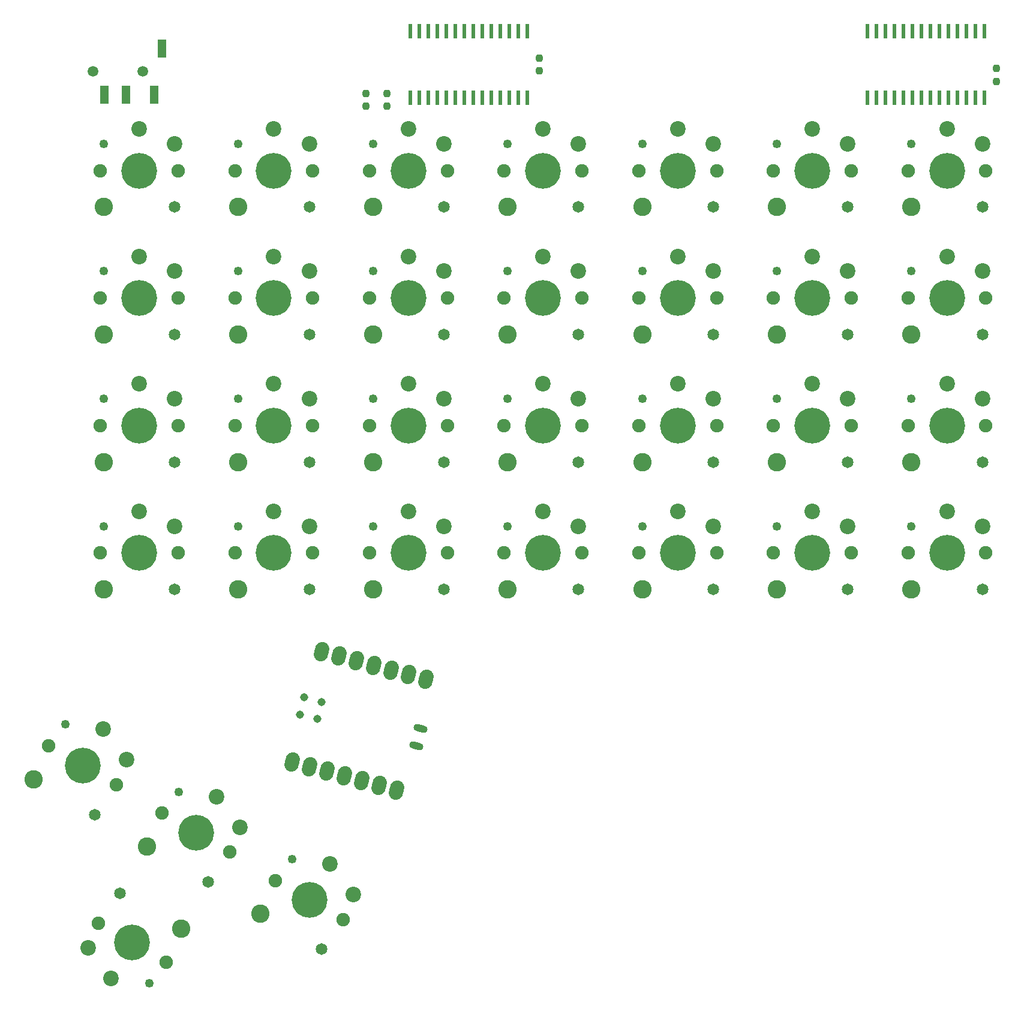
<source format=gbr>
%TF.GenerationSoftware,KiCad,Pcbnew,(6.0.11)*%
%TF.CreationDate,2023-06-02T23:59:17-07:00*%
%TF.ProjectId,MageV2,4d616765-5632-42e6-9b69-6361645f7063,rev?*%
%TF.SameCoordinates,Original*%
%TF.FileFunction,Soldermask,Bot*%
%TF.FilePolarity,Negative*%
%FSLAX46Y46*%
G04 Gerber Fmt 4.6, Leading zero omitted, Abs format (unit mm)*
G04 Created by KiCad (PCBNEW (6.0.11)) date 2023-06-02 23:59:17*
%MOMM*%
%LPD*%
G01*
G04 APERTURE LIST*
G04 Aperture macros list*
%AMRoundRect*
0 Rectangle with rounded corners*
0 $1 Rounding radius*
0 $2 $3 $4 $5 $6 $7 $8 $9 X,Y pos of 4 corners*
0 Add a 4 corners polygon primitive as box body*
4,1,4,$2,$3,$4,$5,$6,$7,$8,$9,$2,$3,0*
0 Add four circle primitives for the rounded corners*
1,1,$1+$1,$2,$3*
1,1,$1+$1,$4,$5*
1,1,$1+$1,$6,$7*
1,1,$1+$1,$8,$9*
0 Add four rect primitives between the rounded corners*
20,1,$1+$1,$2,$3,$4,$5,0*
20,1,$1+$1,$4,$5,$6,$7,0*
20,1,$1+$1,$6,$7,$8,$9,0*
20,1,$1+$1,$8,$9,$2,$3,0*%
%AMHorizOval*
0 Thick line with rounded ends*
0 $1 width*
0 $2 $3 position (X,Y) of the first rounded end (center of the circle)*
0 $4 $5 position (X,Y) of the second rounded end (center of the circle)*
0 Add line between two ends*
20,1,$1,$2,$3,$4,$5,0*
0 Add two circle primitives to create the rounded ends*
1,1,$1,$2,$3*
1,1,$1,$4,$5*%
G04 Aperture macros list end*
%ADD10C,1.900000*%
%ADD11C,5.050000*%
%ADD12C,2.600000*%
%ADD13C,2.200000*%
%ADD14C,1.500000*%
%ADD15C,1.250000*%
%ADD16C,1.650000*%
%ADD17R,0.600000X2.000000*%
%ADD18RoundRect,0.237500X0.237500X-0.250000X0.237500X0.250000X-0.237500X0.250000X-0.237500X-0.250000X0*%
%ADD19HorizOval,1.998980X-0.096967X-0.361884X0.096967X0.361884X0*%
%ADD20HorizOval,1.016000X-0.490690X0.131480X0.490690X-0.131480X0*%
%ADD21C,1.143000*%
%ADD22RoundRect,0.237500X-0.237500X0.250000X-0.237500X-0.250000X0.237500X-0.250000X0.237500X0.250000X0*%
%ADD23R,1.200000X2.500000*%
G04 APERTURE END LIST*
D10*
%TO.C,SW25*%
X83500000Y-55000000D03*
D11*
X89000000Y-55000000D03*
D10*
X94500000Y-55000000D03*
D12*
X84000000Y-60150000D03*
D13*
X89000000Y-49100000D03*
X94000000Y-51200000D03*
%TD*%
D12*
%TO.C,SW5*%
X179000000Y-60150000D03*
D10*
X178500000Y-55000000D03*
X189500000Y-55000000D03*
D11*
X184000000Y-55000000D03*
D13*
X184000000Y-49100000D03*
X189000000Y-51200000D03*
%TD*%
D10*
%TO.C,SW12*%
X170500000Y-109000000D03*
D11*
X165000000Y-109000000D03*
D10*
X159500000Y-109000000D03*
D12*
X160000000Y-114150000D03*
D13*
X165000000Y-103100000D03*
X170000000Y-105200000D03*
%TD*%
D10*
%TO.C,SW6*%
X189500000Y-73000000D03*
D12*
X179000000Y-78150000D03*
D10*
X178500000Y-73000000D03*
D11*
X184000000Y-73000000D03*
D13*
X184000000Y-67100000D03*
X189000000Y-69200000D03*
%TD*%
D10*
%TO.C,SW7*%
X178500000Y-91000000D03*
D11*
X184000000Y-91000000D03*
D12*
X179000000Y-96150000D03*
D10*
X189500000Y-91000000D03*
D13*
X184000000Y-85100000D03*
X189000000Y-87200000D03*
%TD*%
D11*
%TO.C,SW19*%
X127000000Y-91000000D03*
D10*
X121500000Y-91000000D03*
X132500000Y-91000000D03*
D12*
X122000000Y-96150000D03*
D13*
X127000000Y-85100000D03*
X132000000Y-87200000D03*
%TD*%
D11*
%TO.C,SW3*%
X203000000Y-91000000D03*
D10*
X208500000Y-91000000D03*
X197500000Y-91000000D03*
D12*
X198000000Y-96150000D03*
D13*
X203000000Y-85100000D03*
X208000000Y-87200000D03*
%TD*%
D10*
%TO.C,SW9*%
X159500000Y-55000000D03*
D12*
X160000000Y-60150000D03*
D10*
X170500000Y-55000000D03*
D11*
X165000000Y-55000000D03*
D13*
X165000000Y-49100000D03*
X170000000Y-51200000D03*
%TD*%
D10*
%TO.C,SW14*%
X140500000Y-73000000D03*
X151500000Y-73000000D03*
D12*
X141000000Y-78150000D03*
D11*
X146000000Y-73000000D03*
D13*
X146000000Y-67100000D03*
X151000000Y-69200000D03*
%TD*%
D10*
%TO.C,SW1*%
X208500000Y-55000000D03*
X197500000Y-55000000D03*
D12*
X198000000Y-60150000D03*
D11*
X203000000Y-55000000D03*
D13*
X203000000Y-49100000D03*
X208000000Y-51200000D03*
%TD*%
D10*
%TO.C,SW32*%
X117763140Y-160750000D03*
D11*
X113000000Y-158000000D03*
D10*
X108236860Y-155250000D03*
D12*
X106094873Y-159960031D03*
D13*
X115950000Y-152890450D03*
X119230127Y-157209103D03*
%TD*%
D11*
%TO.C,SW20*%
X127000000Y-109000000D03*
D12*
X122000000Y-114150000D03*
D10*
X132500000Y-109000000D03*
X121500000Y-109000000D03*
D13*
X127000000Y-103100000D03*
X132000000Y-105200000D03*
%TD*%
D12*
%TO.C,SW29*%
X74094873Y-140960031D03*
D10*
X85763140Y-141750000D03*
D11*
X81000000Y-139000000D03*
D10*
X76236860Y-136250000D03*
D13*
X83950000Y-133890450D03*
X87230127Y-138209103D03*
%TD*%
D12*
%TO.C,SW10*%
X160000000Y-78150000D03*
D10*
X159500000Y-73000000D03*
X170500000Y-73000000D03*
D11*
X165000000Y-73000000D03*
D13*
X165000000Y-67100000D03*
X170000000Y-69200000D03*
%TD*%
D14*
%TO.C,J1*%
X89495000Y-41000000D03*
X82495000Y-41000000D03*
%TD*%
D12*
%TO.C,SW8*%
X179000000Y-114150000D03*
D10*
X178500000Y-109000000D03*
D11*
X184000000Y-109000000D03*
D10*
X189500000Y-109000000D03*
D13*
X184000000Y-103100000D03*
X189000000Y-105200000D03*
%TD*%
D10*
%TO.C,SW31*%
X101763140Y-151250000D03*
X92236860Y-145750000D03*
D12*
X90094873Y-150460031D03*
D11*
X97000000Y-148500000D03*
D13*
X99950000Y-143390450D03*
X103230127Y-147709103D03*
%TD*%
D11*
%TO.C,SW15*%
X146000000Y-91000000D03*
D12*
X141000000Y-96150000D03*
D10*
X140500000Y-91000000D03*
X151500000Y-91000000D03*
D13*
X146000000Y-85100000D03*
X151000000Y-87200000D03*
%TD*%
D10*
%TO.C,SW2*%
X208500000Y-73000000D03*
X197500000Y-73000000D03*
D12*
X198000000Y-78150000D03*
D11*
X203000000Y-73000000D03*
D13*
X203000000Y-67100000D03*
X208000000Y-69200000D03*
%TD*%
D10*
%TO.C,SW11*%
X159500000Y-91000000D03*
X170500000Y-91000000D03*
D11*
X165000000Y-91000000D03*
D12*
X160000000Y-96150000D03*
D13*
X165000000Y-85100000D03*
X170000000Y-87200000D03*
%TD*%
D10*
%TO.C,SW30*%
X83236860Y-161250000D03*
D11*
X88000000Y-164000000D03*
D10*
X92763140Y-166750000D03*
D12*
X94905127Y-162039969D03*
D13*
X85050000Y-169109550D03*
X81769873Y-164790897D03*
%TD*%
D11*
%TO.C,SW22*%
X108000000Y-73000000D03*
D10*
X102500000Y-73000000D03*
X113500000Y-73000000D03*
D12*
X103000000Y-78150000D03*
D13*
X108000000Y-67100000D03*
X113000000Y-69200000D03*
%TD*%
D10*
%TO.C,SW4*%
X197500000Y-109000000D03*
D11*
X203000000Y-109000000D03*
D12*
X198000000Y-114150000D03*
D10*
X208500000Y-109000000D03*
D13*
X203000000Y-103100000D03*
X208000000Y-105200000D03*
%TD*%
D10*
%TO.C,SW21*%
X113500000Y-55000000D03*
D11*
X108000000Y-55000000D03*
D10*
X102500000Y-55000000D03*
D12*
X103000000Y-60150000D03*
D13*
X108000000Y-49100000D03*
X113000000Y-51200000D03*
%TD*%
D10*
%TO.C,SW17*%
X132500000Y-55000000D03*
X121500000Y-55000000D03*
D11*
X127000000Y-55000000D03*
D12*
X122000000Y-60150000D03*
D13*
X127000000Y-49100000D03*
X132000000Y-51200000D03*
%TD*%
D11*
%TO.C,SW16*%
X146000000Y-109000000D03*
D12*
X141000000Y-114150000D03*
D10*
X151500000Y-109000000D03*
X140500000Y-109000000D03*
D13*
X146000000Y-103100000D03*
X151000000Y-105200000D03*
%TD*%
D10*
%TO.C,SW26*%
X94500000Y-73000000D03*
D12*
X84000000Y-78150000D03*
D10*
X83500000Y-73000000D03*
D11*
X89000000Y-73000000D03*
D13*
X89000000Y-67100000D03*
X94000000Y-69200000D03*
%TD*%
D12*
%TO.C,SW24*%
X103000000Y-114150000D03*
D10*
X102500000Y-109000000D03*
D11*
X108000000Y-109000000D03*
D10*
X113500000Y-109000000D03*
D13*
X108000000Y-103100000D03*
X113000000Y-105200000D03*
%TD*%
D10*
%TO.C,SW18*%
X132500000Y-73000000D03*
D12*
X122000000Y-78150000D03*
D11*
X127000000Y-73000000D03*
D10*
X121500000Y-73000000D03*
D13*
X127000000Y-67100000D03*
X132000000Y-69200000D03*
%TD*%
D11*
%TO.C,SW27*%
X89000000Y-91000000D03*
D10*
X94500000Y-91000000D03*
D12*
X84000000Y-96150000D03*
D10*
X83500000Y-91000000D03*
D13*
X89000000Y-85100000D03*
X94000000Y-87200000D03*
%TD*%
D10*
%TO.C,SW28*%
X94500000Y-109000000D03*
D11*
X89000000Y-109000000D03*
D12*
X84000000Y-114150000D03*
D10*
X83500000Y-109000000D03*
D13*
X89000000Y-103100000D03*
X94000000Y-105200000D03*
%TD*%
D11*
%TO.C,SW13*%
X146000000Y-55000000D03*
D10*
X151500000Y-55000000D03*
D12*
X141000000Y-60150000D03*
D10*
X140500000Y-55000000D03*
D13*
X146000000Y-49100000D03*
X151000000Y-51200000D03*
%TD*%
D11*
%TO.C,SW23*%
X108000000Y-91000000D03*
D10*
X102500000Y-91000000D03*
X113500000Y-91000000D03*
D12*
X103000000Y-96150000D03*
D13*
X108000000Y-85100000D03*
X113000000Y-87200000D03*
%TD*%
D15*
%TO.C,SW38*%
X179000000Y-69200000D03*
D16*
X189000000Y-78150000D03*
D15*
X184000000Y-67100000D03*
%TD*%
%TO.C,SW57*%
X84000000Y-51200000D03*
X89000000Y-49100000D03*
D16*
X94000000Y-60150000D03*
%TD*%
D17*
%TO.C,U4*%
X208255000Y-44700000D03*
X206985000Y-44700000D03*
X205715000Y-44700000D03*
X204445000Y-44700000D03*
X203175000Y-44700000D03*
X201905000Y-44700000D03*
X200635000Y-44700000D03*
X199365000Y-44700000D03*
X198095000Y-44700000D03*
X196825000Y-44700000D03*
X195555000Y-44700000D03*
X194285000Y-44700000D03*
X193015000Y-44700000D03*
X191745000Y-44700000D03*
X191745000Y-35300000D03*
X193015000Y-35300000D03*
X194285000Y-35300000D03*
X195555000Y-35300000D03*
X196825000Y-35300000D03*
X198095000Y-35300000D03*
X199365000Y-35300000D03*
X200635000Y-35300000D03*
X201905000Y-35300000D03*
X203175000Y-35300000D03*
X204445000Y-35300000D03*
X205715000Y-35300000D03*
X206985000Y-35300000D03*
X208255000Y-35300000D03*
%TD*%
D15*
%TO.C,SW47*%
X146000000Y-85100000D03*
D16*
X151000000Y-96150000D03*
D15*
X141000000Y-87200000D03*
%TD*%
D18*
%TO.C,R5*%
X124000000Y-45912500D03*
X124000000Y-44087500D03*
%TD*%
D15*
%TO.C,SW45*%
X141000000Y-51200000D03*
D16*
X151000000Y-60150000D03*
D15*
X146000000Y-49100000D03*
%TD*%
%TO.C,SW37*%
X184000000Y-49100000D03*
X179000000Y-51200000D03*
D16*
X189000000Y-60150000D03*
%TD*%
D15*
%TO.C,SW33*%
X203000000Y-49100000D03*
X198000000Y-51200000D03*
D16*
X208000000Y-60150000D03*
%TD*%
D17*
%TO.C,U5*%
X143755000Y-44700000D03*
X142485000Y-44700000D03*
X141215000Y-44700000D03*
X139945000Y-44700000D03*
X138675000Y-44700000D03*
X137405000Y-44700000D03*
X136135000Y-44700000D03*
X134865000Y-44700000D03*
X133595000Y-44700000D03*
X132325000Y-44700000D03*
X131055000Y-44700000D03*
X129785000Y-44700000D03*
X128515000Y-44700000D03*
X127245000Y-44700000D03*
X127245000Y-35300000D03*
X128515000Y-35300000D03*
X129785000Y-35300000D03*
X131055000Y-35300000D03*
X132325000Y-35300000D03*
X133595000Y-35300000D03*
X134865000Y-35300000D03*
X136135000Y-35300000D03*
X137405000Y-35300000D03*
X138675000Y-35300000D03*
X139945000Y-35300000D03*
X141215000Y-35300000D03*
X142485000Y-35300000D03*
X143755000Y-35300000D03*
%TD*%
D16*
%TO.C,SW42*%
X170000000Y-78150000D03*
D15*
X160000000Y-69200000D03*
X165000000Y-67100000D03*
%TD*%
%TO.C,SW35*%
X203000000Y-85100000D03*
D16*
X208000000Y-96150000D03*
D15*
X198000000Y-87200000D03*
%TD*%
D16*
%TO.C,SW34*%
X208000000Y-78150000D03*
D15*
X198000000Y-69200000D03*
X203000000Y-67100000D03*
%TD*%
D16*
%TO.C,SW63*%
X98755127Y-155460031D03*
D15*
X94569873Y-142709103D03*
X99950000Y-143390450D03*
%TD*%
D16*
%TO.C,SW49*%
X132000000Y-60150000D03*
D15*
X127000000Y-49100000D03*
X122000000Y-51200000D03*
%TD*%
%TO.C,SW55*%
X108000000Y-85100000D03*
D16*
X113000000Y-96150000D03*
D15*
X103000000Y-87200000D03*
%TD*%
%TO.C,SW53*%
X103000000Y-51200000D03*
D16*
X113000000Y-60150000D03*
D15*
X108000000Y-49100000D03*
%TD*%
%TO.C,SW40*%
X184000000Y-103100000D03*
D16*
X189000000Y-114150000D03*
D15*
X179000000Y-105200000D03*
%TD*%
%TO.C,SW43*%
X165000000Y-85100000D03*
X160000000Y-87200000D03*
D16*
X170000000Y-96150000D03*
%TD*%
D15*
%TO.C,SW56*%
X103000000Y-105200000D03*
X108000000Y-103100000D03*
D16*
X113000000Y-114150000D03*
%TD*%
D15*
%TO.C,SW46*%
X141000000Y-69200000D03*
X146000000Y-67100000D03*
D16*
X151000000Y-78150000D03*
%TD*%
D15*
%TO.C,SW51*%
X122000000Y-87200000D03*
X127000000Y-85100000D03*
D16*
X132000000Y-96150000D03*
%TD*%
D19*
%TO.C,U3*%
X114753424Y-122894638D03*
X117206876Y-123552039D03*
X119660328Y-124209439D03*
X122113779Y-124866839D03*
X124567231Y-125524240D03*
X127020682Y-126181640D03*
X129474134Y-126839041D03*
X125290438Y-142452806D03*
X122836986Y-141795406D03*
X120383535Y-141138006D03*
X117930083Y-140480605D03*
X115476632Y-139823205D03*
X113023180Y-139165805D03*
X110569728Y-138508404D03*
D20*
X128737949Y-133750898D03*
X128077960Y-136214008D03*
D21*
X112313475Y-129348734D03*
X111656075Y-131802186D03*
X114766927Y-130006134D03*
X114109527Y-132459586D03*
%TD*%
D18*
%TO.C,R6*%
X121000000Y-45912500D03*
X121000000Y-44087500D03*
%TD*%
D15*
%TO.C,SW50*%
X127000000Y-67100000D03*
D16*
X132000000Y-78150000D03*
D15*
X122000000Y-69200000D03*
%TD*%
%TO.C,SW62*%
X85050000Y-169109550D03*
X90430127Y-169790897D03*
D16*
X86244873Y-157039969D03*
%TD*%
D22*
%TO.C,R7*%
X210000000Y-40587500D03*
X210000000Y-42412500D03*
%TD*%
D15*
%TO.C,SW64*%
X110569873Y-152209103D03*
D16*
X114755127Y-164960031D03*
D15*
X115950000Y-152890450D03*
%TD*%
D14*
%TO.C,J2*%
X89495000Y-41000000D03*
X82495000Y-41000000D03*
D23*
X87095000Y-44250000D03*
X84095000Y-44250000D03*
X92195000Y-37750000D03*
X91095000Y-44250000D03*
%TD*%
D16*
%TO.C,SW54*%
X113000000Y-78150000D03*
D15*
X108000000Y-67100000D03*
X103000000Y-69200000D03*
%TD*%
%TO.C,SW60*%
X89000000Y-103100000D03*
D16*
X94000000Y-114150000D03*
D15*
X84000000Y-105200000D03*
%TD*%
%TO.C,SW41*%
X160000000Y-51200000D03*
D16*
X170000000Y-60150000D03*
D15*
X165000000Y-49100000D03*
%TD*%
%TO.C,SW59*%
X89000000Y-85100000D03*
D16*
X94000000Y-96150000D03*
D15*
X84000000Y-87200000D03*
%TD*%
%TO.C,SW36*%
X198000000Y-105200000D03*
X203000000Y-103100000D03*
D16*
X208000000Y-114150000D03*
%TD*%
%TO.C,SW61*%
X82755127Y-145960031D03*
D15*
X83950000Y-133890450D03*
X78569873Y-133209103D03*
%TD*%
%TO.C,SW48*%
X146000000Y-103100000D03*
X141000000Y-105200000D03*
D16*
X151000000Y-114150000D03*
%TD*%
D15*
%TO.C,SW52*%
X127000000Y-103100000D03*
X122000000Y-105200000D03*
D16*
X132000000Y-114150000D03*
%TD*%
D15*
%TO.C,SW44*%
X160000000Y-105200000D03*
X165000000Y-103100000D03*
D16*
X170000000Y-114150000D03*
%TD*%
D22*
%TO.C,R8*%
X145500000Y-39087500D03*
X145500000Y-40912500D03*
%TD*%
D15*
%TO.C,SW39*%
X184000000Y-85100000D03*
D16*
X189000000Y-96150000D03*
D15*
X179000000Y-87200000D03*
%TD*%
%TO.C,SW58*%
X89000000Y-67100000D03*
X84000000Y-69200000D03*
D16*
X94000000Y-78150000D03*
%TD*%
M02*

</source>
